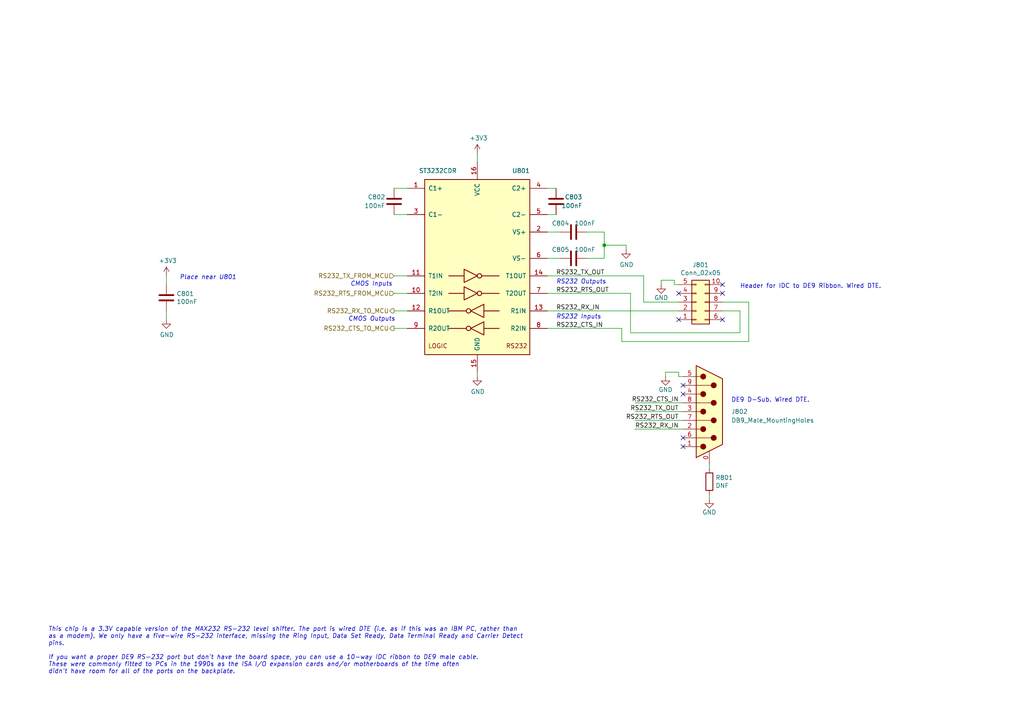
<source format=kicad_sch>
(kicad_sch (version 20211123) (generator eeschema)
  (paper "A4")
  (title_block (title "Neotron Common Hardware") (date "2021-06-18") (rev "[Uncontrolled]") (company "https://neotron-compute.github.io/") (comment 1 "Licenced as CC BY-SA") (comment 2 "Copyright (c) The Neotron Developers, 2021"))
  (lib_symbols
    (symbol "Connector:DB9_Male_MountingHoles" (pin_names (offset 1.016) hide)
      (property "Reference" "J" (at 0 16.51 0))
      (property "Value" "DB9_Male_MountingHoles" (at 0 14.605 0))
      (symbol "DB9_Male_MountingHoles_0_1"
        (circle (center -1.778 -10.16) (radius 0.762) (fill (type outline)))
        (circle (center -1.778 -5.08) (radius 0.762) (fill (type outline)))
        (circle (center -1.778 0) (radius 0.762) (fill (type outline)))
        (circle (center -1.778 5.08) (radius 0.762) (fill (type outline)))
        (circle (center -1.778 10.16) (radius 0.762) (fill (type outline)))
        (polyline (pts (xy -3.81 -10.16) (xy -2.54 -10.16)))
        (polyline (pts (xy -3.81 -7.62) (xy 0.508 -7.62)))
        (polyline (pts (xy -3.81 -5.08) (xy -2.54 -5.08)))
        (polyline (pts (xy -3.81 -2.54) (xy 0.508 -2.54)))
        (polyline (pts (xy -3.81 0) (xy -2.54 0)))
        (polyline (pts (xy -3.81 2.54) (xy 0.508 2.54)))
        (polyline (pts (xy -3.81 5.08) (xy -2.54 5.08)))
        (polyline (pts (xy -3.81 7.62) (xy 0.508 7.62)))
        (polyline (pts (xy -3.81 10.16) (xy -2.54 10.16)))
        (polyline (pts (xy -3.81 -13.335) (xy -3.81 13.335) (xy 3.81 9.525) (xy 3.81 -9.525) (xy -3.81 -13.335)) (stroke (width 0.254)) (fill (type background)))
        (circle (center 1.27 -7.62) (radius 0.762) (fill (type outline)))
        (circle (center 1.27 -2.54) (radius 0.762) (fill (type outline)))
        (circle (center 1.27 2.54) (radius 0.762) (fill (type outline)))
        (circle (center 1.27 7.62) (radius 0.762) (fill (type outline)))
      )
      (symbol "DB9_Male_MountingHoles_1_1"
        (pin passive line (at 0 -15.24 90) (length 3.81) (name "PAD") (number "0"))
        (pin passive line (at -7.62 -10.16 0) (length 3.81) (name "1") (number "1"))
        (pin passive line (at -7.62 -5.08 0) (length 3.81) (name "2") (number "2"))
        (pin passive line (at -7.62 0 0) (length 3.81) (name "3") (number "3"))
        (pin passive line (at -7.62 5.08 0) (length 3.81) (name "4") (number "4"))
        (pin passive line (at -7.62 10.16 0) (length 3.81) (name "5") (number "5"))
        (pin passive line (at -7.62 -7.62 0) (length 3.81) (name "6") (number "6"))
        (pin passive line (at -7.62 -2.54 0) (length 3.81) (name "7") (number "7"))
        (pin passive line (at -7.62 2.54 0) (length 3.81) (name "8") (number "8"))
        (pin passive line (at -7.62 7.62 0) (length 3.81) (name "9") (number "9"))
      )
    )
    (symbol "Connector_Generic:Conn_02x05_Top_Bottom" (pin_names (offset 1.016) hide)
      (property "Reference" "J" (at 1.27 7.62 0))
      (property "Value" "Conn_02x05_Top_Bottom" (at 1.27 -7.62 0))
      (symbol "Conn_02x05_Top_Bottom_1_1"
        (rectangle (start -1.27 -4.953) (end 0 -5.207) (stroke (width 0.1524)))
        (rectangle (start -1.27 -2.413) (end 0 -2.667) (stroke (width 0.1524)))
        (rectangle (start -1.27 0.127) (end 0 -0.127) (stroke (width 0.1524)))
        (rectangle (start -1.27 2.667) (end 0 2.413) (stroke (width 0.1524)))
        (rectangle (start -1.27 5.207) (end 0 4.953) (stroke (width 0.1524)))
        (rectangle (start -1.27 6.35) (end 3.81 -6.35) (stroke (width 0.254)) (fill (type background)))
        (rectangle (start 3.81 -4.953) (end 2.54 -5.207) (stroke (width 0.1524)))
        (rectangle (start 3.81 -2.413) (end 2.54 -2.667) (stroke (width 0.1524)))
        (rectangle (start 3.81 0.127) (end 2.54 -0.127) (stroke (width 0.1524)))
        (rectangle (start 3.81 2.667) (end 2.54 2.413) (stroke (width 0.1524)))
        (rectangle (start 3.81 5.207) (end 2.54 4.953) (stroke (width 0.1524)))
        (pin passive line (at -5.08 5.08 0) (length 3.81) (name "Pin_1") (number "1"))
        (pin passive line (at 7.62 -5.08 180) (length 3.81) (name "Pin_10") (number "10"))
        (pin passive line (at -5.08 2.54 0) (length 3.81) (name "Pin_2") (number "2"))
        (pin passive line (at -5.08 0 0) (length 3.81) (name "Pin_3") (number "3"))
        (pin passive line (at -5.08 -2.54 0) (length 3.81) (name "Pin_4") (number "4"))
        (pin passive line (at -5.08 -5.08 0) (length 3.81) (name "Pin_5") (number "5"))
        (pin passive line (at 7.62 5.08 180) (length 3.81) (name "Pin_6") (number "6"))
        (pin passive line (at 7.62 2.54 180) (length 3.81) (name "Pin_7") (number "7"))
        (pin passive line (at 7.62 0 180) (length 3.81) (name "Pin_8") (number "8"))
        (pin passive line (at 7.62 -2.54 180) (length 3.81) (name "Pin_9") (number "9"))
      )
    )
    (symbol "Device:C" (pin_numbers hide) (pin_names (offset 0.254))
      (property "Reference" "C" (at 0.635 2.54 0))
      (property "Value" "C" (at 0.635 -2.54 0))
      (symbol "C_0_1"
        (polyline (pts (xy -2.032 -0.762) (xy 2.032 -0.762)) (stroke (width 0.508)))
        (polyline (pts (xy -2.032 0.762) (xy 2.032 0.762)) (stroke (width 0.508)))
      )
      (symbol "C_1_1"
        (pin passive line (at 0 3.81 270) (length 2.794) (name "~") (number "1"))
        (pin passive line (at 0 -3.81 90) (length 2.794) (name "~") (number "2"))
      )
    )
    (symbol "Device:R" (pin_numbers hide) (pin_names (offset 0))
      (property "Reference" "R" (at 2.032 0 90))
      (property "Value" "R" (at 0 0 90))
      (symbol "R_0_1"
        (rectangle (start -1.016 -2.54) (end 1.016 2.54) (stroke (width 0.254)))
      )
      (symbol "R_1_1"
        (pin passive line (at 0 3.81 270) (length 1.27) (name "~") (number "1"))
        (pin passive line (at 0 -3.81 90) (length 1.27) (name "~") (number "2"))
      )
    )
    (symbol "Interface_UART:MAX232" (pin_names (offset 1.016))
      (property "Reference" "U" (at -2.54 28.575 0))
      (property "Value" "MAX232" (at -2.54 26.67 0))
      (symbol "MAX232_0_0"
        (text "LOGIC" (at -11.43 -22.86 0) (effects (font (size 1.27 1.27))))
        (text "RS232" (at 11.43 -22.86 0) (effects (font (size 1.27 1.27))))
      )
      (symbol "MAX232_0_1"
        (rectangle (start -15.24 -25.4) (end 15.24 25.4) (stroke (width 0.254)) (fill (type background)))
        (circle (center -2.54 -17.78) (radius 0.635) (stroke (width 0.254)))
        (circle (center -2.54 -12.7) (radius 0.635) (stroke (width 0.254)))
        (polyline (pts (xy -3.81 -7.62) (xy -8.255 -7.62)) (stroke (width 0.254)))
        (polyline (pts (xy -3.81 -2.54) (xy -8.255 -2.54)) (stroke (width 0.254)))
        (polyline (pts (xy -3.175 -17.78) (xy -8.255 -17.78)) (stroke (width 0.254)))
        (polyline (pts (xy -3.175 -12.7) (xy -8.255 -12.7)) (stroke (width 0.254)))
        (polyline (pts (xy 1.27 -7.62) (xy 6.35 -7.62)) (stroke (width 0.254)))
        (polyline (pts (xy 1.27 -2.54) (xy 6.35 -2.54)) (stroke (width 0.254)))
        (polyline (pts (xy 1.905 -17.78) (xy 6.35 -17.78)) (stroke (width 0.254)))
        (polyline (pts (xy 1.905 -12.7) (xy 6.35 -12.7)) (stroke (width 0.254)))
        (polyline (pts (xy -3.81 -5.715) (xy -3.81 -9.525) (xy 0 -7.62) (xy -3.81 -5.715)) (stroke (width 0.254)))
        (polyline (pts (xy -3.81 -0.635) (xy -3.81 -4.445) (xy 0 -2.54) (xy -3.81 -0.635)) (stroke (width 0.254)))
        (polyline (pts (xy 1.905 -15.875) (xy 1.905 -19.685) (xy -1.905 -17.78) (xy 1.905 -15.875)) (stroke (width 0.254)))
        (polyline (pts (xy 1.905 -10.795) (xy 1.905 -14.605) (xy -1.905 -12.7) (xy 1.905 -10.795)) (stroke (width 0.254)))
        (circle (center 0.635 -7.62) (radius 0.635) (stroke (width 0.254)))
        (circle (center 0.635 -2.54) (radius 0.635) (stroke (width 0.254)))
      )
      (symbol "MAX232_1_1"
        (pin passive line (at -20.32 22.86 0) (length 5.08) (name "C1+") (number "1"))
        (pin input line (at -20.32 -7.62 0) (length 5.08) (name "T2IN") (number "10"))
        (pin input line (at -20.32 -2.54 0) (length 5.08) (name "T1IN") (number "11"))
        (pin output line (at -20.32 -12.7 0) (length 5.08) (name "R1OUT") (number "12"))
        (pin input line (at 20.32 -12.7 180) (length 5.08) (name "R1IN") (number "13"))
        (pin output line (at 20.32 -2.54 180) (length 5.08) (name "T1OUT") (number "14"))
        (pin power_in line (at 0 -30.48 90) (length 5.08) (name "GND") (number "15"))
        (pin power_in line (at 0 30.48 270) (length 5.08) (name "VCC") (number "16"))
        (pin power_out line (at 20.32 10.16 180) (length 5.08) (name "VS+") (number "2"))
        (pin passive line (at -20.32 15.24 0) (length 5.08) (name "C1-") (number "3"))
        (pin passive line (at 20.32 22.86 180) (length 5.08) (name "C2+") (number "4"))
        (pin passive line (at 20.32 15.24 180) (length 5.08) (name "C2-") (number "5"))
        (pin power_out line (at 20.32 2.54 180) (length 5.08) (name "VS-") (number "6"))
        (pin output line (at 20.32 -7.62 180) (length 5.08) (name "T2OUT") (number "7"))
        (pin input line (at 20.32 -17.78 180) (length 5.08) (name "R2IN") (number "8"))
        (pin output line (at -20.32 -17.78 0) (length 5.08) (name "R2OUT") (number "9"))
      )
    )
    (symbol "power:+3V3" (power) (pin_names (offset 0))
      (property "Value" "+3V3" (at 0 3.556 0))
      (symbol "+3V3_0_1"
        (polyline (pts (xy -0.762 1.27) (xy 0 2.54)))
        (polyline (pts (xy 0 0) (xy 0 2.54)))
        (polyline (pts (xy 0 2.54) (xy 0.762 1.27)))
      )
      (symbol "+3V3_1_1"
        (pin power_in line (at 0 0 90) (length 0) hide (name "+3V3") (number "1"))
      )
    )
    (symbol "power:GND" (power) (pin_names (offset 0))
      (property "Value" "GND" (at 0 -3.81 0))
      (symbol "GND_0_1"
        (polyline (pts (xy 0 0) (xy 0 -1.27) (xy 1.27 -1.27) (xy 0 -2.54) (xy -1.27 -1.27) (xy 0 -1.27)))
      )
      (symbol "GND_1_1"
        (pin power_in line (at 0 0 270) (length 0) hide (name "GND") (number "1"))
      )
    )
  )
  (junction (at 175.26 71.12))
  (no_connect (at 209.55 85.09))
  (no_connect (at 198.12 114.3))
  (no_connect (at 196.85 92.71))
  (no_connect (at 198.12 129.54))
  (no_connect (at 198.12 127))
  (no_connect (at 196.85 85.09))
  (no_connect (at 209.55 82.55))
  (no_connect (at 209.55 92.71))
  (no_connect (at 198.12 111.76))
  (wire (pts (xy 175.26 67.31) (xy 175.26 71.12)))
  (wire (pts (xy 195.58 81.28) (xy 195.58 82.55)))
  (wire (pts (xy 191.77 81.28) (xy 195.58 81.28)))
  (wire (pts (xy 114.3 95.25) (xy 118.11 95.25)))
  (wire (pts (xy 198.12 116.84) (xy 184.15 116.84)))
  (wire (pts (xy 180.34 95.25) (xy 180.34 99.06)))
  (wire (pts (xy 175.26 74.93) (xy 175.26 71.12)))
  (wire (pts (xy 48.26 90.17) (xy 48.26 92.71)))
  (wire (pts (xy 170.18 74.93) (xy 175.26 74.93)))
  (wire (pts (xy 186.69 80.01) (xy 158.75 80.01)))
  (wire (pts (xy 217.17 87.63) (xy 209.55 87.63)))
  (wire (pts (xy 138.43 44.45) (xy 138.43 46.99)))
  (wire (pts (xy 186.69 80.01) (xy 186.69 87.63)))
  (wire (pts (xy 180.34 99.06) (xy 217.17 99.06)))
  (wire (pts (xy 170.18 67.31) (xy 175.26 67.31)))
  (wire (pts (xy 196.85 87.63) (xy 186.69 87.63)))
  (wire (pts (xy 158.75 62.23) (xy 161.29 62.23)))
  (wire (pts (xy 198.12 121.92) (xy 184.15 121.92)))
  (wire (pts (xy 196.85 107.95) (xy 193.04 107.95)))
  (wire (pts (xy 198.12 109.22) (xy 196.85 109.22)))
  (wire (pts (xy 114.3 90.17) (xy 118.11 90.17)))
  (wire (pts (xy 205.74 144.78) (xy 205.74 143.51)))
  (wire (pts (xy 114.3 54.61) (xy 118.11 54.61)))
  (wire (pts (xy 191.77 82.55) (xy 191.77 81.28)))
  (wire (pts (xy 158.75 54.61) (xy 161.29 54.61)))
  (wire (pts (xy 114.3 85.09) (xy 118.11 85.09)))
  (wire (pts (xy 217.17 87.63) (xy 217.17 99.06)))
  (wire (pts (xy 205.74 135.89) (xy 205.74 134.62)))
  (wire (pts (xy 198.12 124.46) (xy 184.15 124.46)))
  (wire (pts (xy 214.63 90.17) (xy 209.55 90.17)))
  (wire (pts (xy 158.75 90.17) (xy 196.85 90.17)))
  (wire (pts (xy 182.88 96.52) (xy 214.63 96.52)))
  (wire (pts (xy 158.75 74.93) (xy 162.56 74.93)))
  (wire (pts (xy 158.75 85.09) (xy 182.88 85.09)))
  (wire (pts (xy 114.3 80.01) (xy 118.11 80.01)))
  (wire (pts (xy 181.61 72.39) (xy 181.61 71.12)))
  (wire (pts (xy 196.85 109.22) (xy 196.85 107.95)))
  (wire (pts (xy 158.75 67.31) (xy 162.56 67.31)))
  (wire (pts (xy 198.12 119.38) (xy 184.15 119.38)))
  (wire (pts (xy 114.3 62.23) (xy 118.11 62.23)))
  (wire (pts (xy 182.88 85.09) (xy 182.88 96.52)))
  (wire (pts (xy 138.43 107.95) (xy 138.43 109.22)))
  (wire (pts (xy 214.63 90.17) (xy 214.63 96.52)))
  (wire (pts (xy 175.26 71.12) (xy 181.61 71.12)))
  (wire (pts (xy 158.75 95.25) (xy 180.34 95.25)))
  (wire (pts (xy 195.58 82.55) (xy 196.85 82.55)))
  (wire (pts (xy 48.26 80.01) (xy 48.26 82.55)))
  (wire (pts (xy 193.04 107.95) (xy 193.04 109.22)))
  (text "CMOS Outputs" (at 100.965 93.345 0) (effects (font (size 1.27 1.27) italic) (justify left bottom)))
  (text "This chip is a 3.3V capable version of the MAX232 RS-232 level shifter. The port is wired DTE (i.e. as if this was an IBM PC, rather than\nas a modem). We only have a five-wire RS-232 interface, missing the Ring Input, Data Set Ready, Data Terminal Ready and Carrier Detect\npins.\n\nIf you want a proper DE9 RS-232 port but don't have the board space, you can use a 10-way IDC ribbon to DE9 male cable.\nThese were commonly fitted to PCs in the 1990s as the ISA I/O expansion cards and/or motherboards of the time often\ndidn't have room for all of the ports on the backplate." (at 13.97 195.58 0) (effects (font (size 1.27 1.27) italic) (justify left bottom)))
  (text "CMOS Inputs" (at 101.6 83.185 0) (effects (font (size 1.27 1.27) italic) (justify left bottom)))
  (text "Header for IDC to DE9 Ribbon. Wired DTE." (at 214.63 83.82 0) (effects (font (size 1.27 1.27)) (justify left bottom)))
  (text "RS232 Outputs" (at 161.29 82.55 0) (effects (font (size 1.27 1.27) italic) (justify left bottom)))
  (text "RS232 Inputs" (at 161.29 92.71 0) (effects (font (size 1.27 1.27) italic) (justify left bottom)))
  (text "Place near U801" (at 52.07 81.28 0) (effects (font (size 1.27 1.27) italic) (justify left bottom)))
  (text "DE9 D-Sub. Wired DTE." (at 212.09 116.84 0) (effects (font (size 1.27 1.27)) (justify left bottom)))
  (label "RS232_TX_OUT" (at 161.29 80.01 0))
  (label "RS232_CTS_IN" (at 161.29 95.25 0))
  (label "RS232_RX_IN" (at 161.29 90.17 0))
  (label "RS232_RTS_OUT" (at 161.29 85.09 0))
  (label "RS232_RX_IN" (at 196.85 124.46 180))
  (label "RS232_TX_OUT" (at 196.85 119.38 180))
  (label "RS232_RTS_OUT" (at 196.85 121.92 180))
  (label "RS232_CTS_IN" (at 196.85 116.84 180))
  (hierarchical_label "RS232_TX_FROM_MCU" (shape input) (at 114.3 80.01 180))
  (hierarchical_label "RS232_RX_TO_MCU" (shape output) (at 114.3 90.17 180))
  (hierarchical_label "RS232_RTS_FROM_MCU" (shape input) (at 114.3 85.09 180))
  (hierarchical_label "RS232_CTS_TO_MCU" (shape output) (at 114.3 95.25 180))
  (symbol (lib_id "Connector_Generic:Conn_02x05_Top_Bottom") (at 201.93 87.63 0) (mirror x) (unit 1)
    (property "Reference" "J801" (at 203.2 76.835 0))
    (property "Value" "Conn_02x05" (at 203.2 79.1464 0))
    (property "Footprint" "Connector_IDC:IDC-Header_2x05_P2.54mm_Vertical" (effects hide))
    (property "Manufacturer" "On Shore Technology" (effects hide))
    (property "DNP" "0" (effects hide))
    (property "Digikey" "ED1543-ND" (effects hide))
    (property "MPN" "302-S101" (effects hide))
  )
  (symbol (lib_id "power:GND") (at 191.77 82.55 0) (unit 1)
    (property "Reference" "#PWR0806" (effects hide))
    (property "Value" "GND" (at 191.77 86.36 0))
  )
  (symbol (lib_id "Interface_UART:MAX232") (at 138.43 77.47 0) (unit 1)
    (property "Reference" "U801" (at 151.13 49.53 0))
    (property "Value" "ST3232CDR" (at 127 49.53 0))
    (property "Footprint" "Package_SO:SO-16_5.3x10.2mm_P1.27mm" (effects hide))
    (property "Datasheet" "https://www.st.com/content/ccc/resource/technical/document/datasheet/group1/40/2c/7f/62/3a/3f/47/3c/CD00002253/files/CD00002253.pdf/jcr:content/translations/en.CD00002253.pdf" (effects hide))
    (property "Manufacturer" "ST Micro" (effects hide))
    (property "DNP" "0" (effects hide))
    (property "Digikey" "497-3731-1-ND" (effects hide))
    (property "MPN" "ST3232CDR" (effects hide))
    (property "Mouser" "511-ST3232CDR" (effects hide))
  )
  (symbol (lib_id "power:GND") (at 181.61 72.39 0) (unit 1)
    (property "Reference" "#PWR0805" (effects hide))
    (property "Value" "GND" (at 181.737 76.7842 0))
  )
  (symbol (lib_id "Device:C") (at 161.29 58.42 0) (unit 1)
    (property "Reference" "C803" (at 168.91 57.15 0) (effects (justify right)))
    (property "Value" "100nF" (at 168.91 59.69 0) (effects (justify right)))
    (property "Footprint" "Capacitor_SMD:C_0805_2012Metric_Pad1.18x1.45mm_HandSolder" (effects hide))
    (property "Manufacturer" "Vishay" (effects hide))
    (property "DNP" "0" (effects hide))
    (property "Digikey" "BC1150CT-ND" (effects hide))
    (property "MPN" "CPL-CAP-X7R-0805-100NF-50V" (effects hide))
    (property "Mouser" "594-K104K15X7RF5TL2" (effects hide))
    (property "Tolerance" "X5R" (effects hide))
    (property "Voltage" "50V" (effects hide))
  )
  (symbol (lib_id "Device:C") (at 166.37 74.93 270) (unit 1)
    (property "Reference" "C805" (at 160.02 72.39 90) (effects (justify left)))
    (property "Value" "100nF" (at 172.72 72.39 90) (effects (justify right)))
    (property "Footprint" "Capacitor_SMD:C_0805_2012Metric_Pad1.18x1.45mm_HandSolder" (effects hide))
    (property "Manufacturer" "Vishay" (effects hide))
    (property "DNP" "0" (effects hide))
    (property "Digikey" "BC1150CT-ND" (effects hide))
    (property "MPN" "CPL-CAP-X7R-0805-100NF-50V" (effects hide))
    (property "Mouser" "594-K104K15X7RF5TL2" (effects hide))
    (property "Tolerance" "X5R" (effects hide))
    (property "Voltage" "50V" (effects hide))
  )
  (symbol (lib_id "Device:C") (at 114.3 58.42 180) (unit 1)
    (property "Reference" "C802" (at 111.76 57.15 0) (effects (justify left)))
    (property "Value" "100nF" (at 111.76 59.69 0) (effects (justify left)))
    (property "Footprint" "Capacitor_SMD:C_0805_2012Metric_Pad1.18x1.45mm_HandSolder" (effects hide))
    (property "Manufacturer" "Vishay" (effects hide))
    (property "DNP" "0" (effects hide))
    (property "Digikey" "BC1150CT-ND" (effects hide))
    (property "MPN" "CPL-CAP-X7R-0805-100NF-50V" (effects hide))
    (property "Mouser" "594-K104K15X7RF5TL2" (effects hide))
    (property "Tolerance" "X5R" (effects hide))
    (property "Voltage" "50V" (effects hide))
  )
  (symbol (lib_id "Device:C") (at 48.26 86.36 180) (unit 1)
    (property "Reference" "C801" (at 51.181 85.1916 0) (effects (justify right)))
    (property "Value" "100nF" (at 51.181 87.503 0) (effects (justify right)))
    (property "Footprint" "Capacitor_SMD:C_0805_2012Metric_Pad1.18x1.45mm_HandSolder" (effects hide))
    (property "Manufacturer" "Vishay" (effects hide))
    (property "DNP" "0" (effects hide))
    (property "Digikey" "BC1150CT-ND" (effects hide))
    (property "MPN" "CPL-CAP-X7R-0805-100NF-50V" (effects hide))
    (property "Mouser" "594-K104K15X7RF5TL2" (effects hide))
    (property "Tolerance" "X5R" (effects hide))
    (property "Voltage" "10V" (effects hide))
  )
  (symbol (lib_id "power:+3V3") (at 138.43 44.45 0) (unit 1)
    (property "Reference" "#PWR0803" (effects hide))
    (property "Value" "+3V3" (at 138.811 40.0558 0))
  )
  (symbol (lib_id "power:+3V3") (at 48.26 80.01 0) (unit 1)
    (property "Reference" "#PWR0801" (effects hide))
    (property "Value" "+3V3" (at 48.641 75.6158 0))
  )
  (symbol (lib_id "power:GND") (at 48.26 92.71 0) (unit 1)
    (property "Reference" "#PWR0802" (effects hide))
    (property "Value" "GND" (at 48.387 97.1042 0))
  )
  (symbol (lib_id "Device:C") (at 166.37 67.31 270) (unit 1)
    (property "Reference" "C804" (at 160.02 64.77 90) (effects (justify left)))
    (property "Value" "100nF" (at 172.72 64.77 90) (effects (justify right)))
    (property "Footprint" "Capacitor_SMD:C_0805_2012Metric_Pad1.18x1.45mm_HandSolder" (effects hide))
    (property "Manufacturer" "Vishay" (effects hide))
    (property "DNP" "0" (effects hide))
    (property "Digikey" "BC1150CT-ND" (effects hide))
    (property "MPN" "CPL-CAP-X7R-0805-100NF-50V" (effects hide))
    (property "Mouser" "594-K104K15X7RF5TL2" (effects hide))
    (property "Tolerance" "X5R" (effects hide))
    (property "Voltage" "50V" (effects hide))
  )
  (symbol (lib_id "power:GND") (at 138.43 109.22 0) (unit 1)
    (property "Reference" "#PWR0804" (effects hide))
    (property "Value" "GND" (at 138.557 113.6142 0))
  )
  (symbol (lib_id "Connector:DB9_Male_MountingHoles") (at 205.74 119.38 0) (unit 1)
    (property "Reference" "J802" (at 212.09 119.38 0) (effects (justify left)))
    (property "Value" "DB9_Male_MountingHoles" (at 212.09 121.92 0) (effects (justify left)))
    (property "Footprint" "Connector_Dsub:DSUB-9_Male_Horizontal_P2.77x2.84mm_EdgePinOffset7.70mm_Housed_MountingHolesOffset9.12mm" (effects hide))
    (property "DNP" "0" (effects hide))
    (property "Digikey" "AE10968-ND" (effects hide))
    (property "MPN" "A-DS 09 A/KG-T2S" (effects hide))
    (property "Manufacturer" "Assmann WSW Components" (effects hide))
  )
  (symbol (lib_id "power:GND") (at 193.04 109.22 0) (unit 1)
    (property "Reference" "#PWR0807" (effects hide))
    (property "Value" "GND" (at 193.04 113.03 0))
  )
  (symbol (lib_id "power:GND") (at 205.74 144.78 0) (unit 1)
    (property "Reference" "#PWR0808" (effects hide))
    (property "Value" "GND" (at 205.74 148.59 0))
  )
  (symbol (lib_id "Device:R") (at 205.74 139.7 0) (unit 1)
    (property "Reference" "R801" (at 207.518 138.5316 0) (effects (justify left)))
    (property "Value" "DNF" (at 207.518 140.843 0) (effects (justify left)))
    (property "Footprint" "Resistor_SMD:R_0805_2012Metric_Pad1.20x1.40mm_HandSolder" (effects hide))
    (property "DNP" "1" (effects hide))
  )
)
</source>
